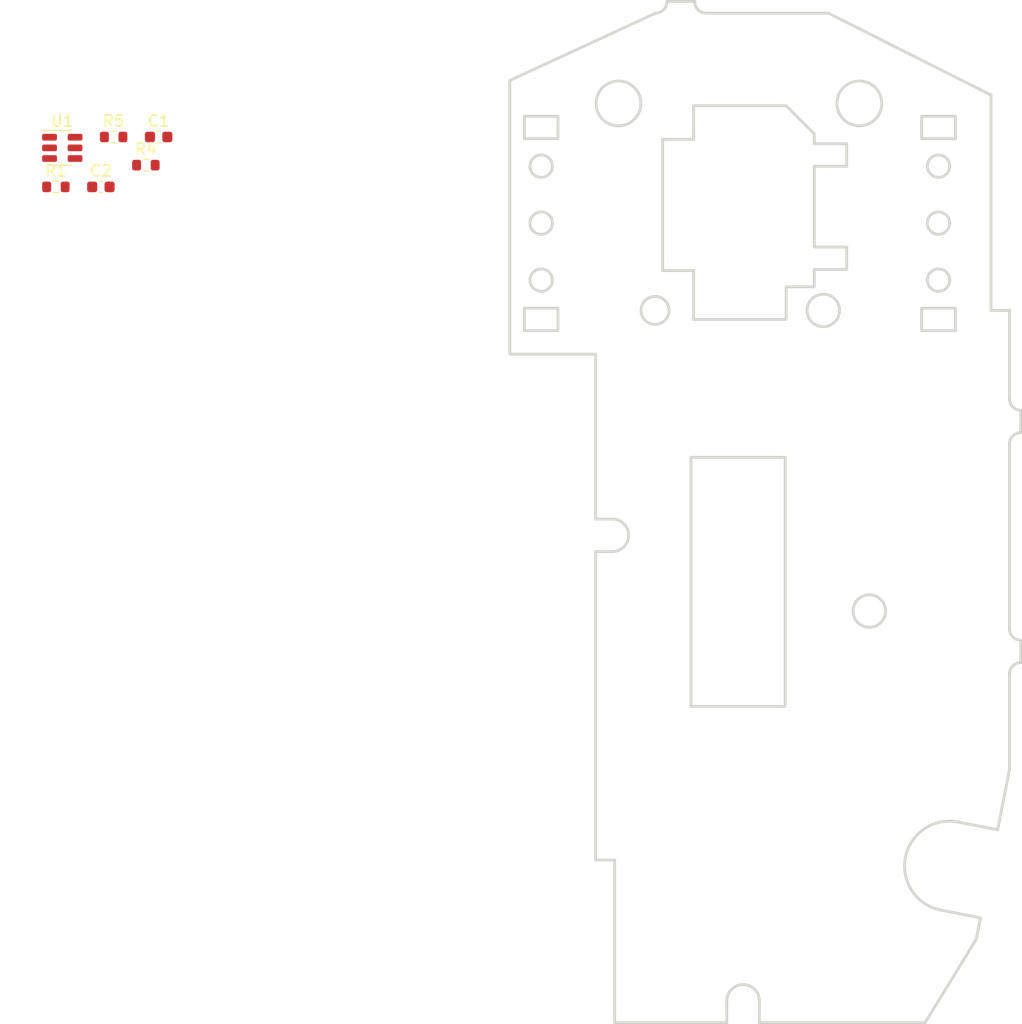
<source format=kicad_pcb>
(kicad_pcb (version 20211014) (generator pcbnew)
  (layers (0 "F.Cu" signal) (31 "B.Cu" signal) (34 "B.Paste" user) (35 "F.Paste" user) (36 "B.SilkS" user "B.Silkscreen") (37 "F.SilkS" user "F.Silkscreen") (38 "B.Mask" user) (39 "F.Mask" user) (44 "Edge.Cuts" user))
  (net 0 "")
  (net 1 "GND")
  (net 2 "/SHIELD")
  (net 3 "VBUS")
  (net 4 "/DP")
  (net 5 "D+")
  (net 6 "D-")
  (net 7 "/DN")
  (net 8 "USB_D+")
  (net 9 "USB_D-")
  (footprint "Capacitor_SMD:C_0603_1608Metric" (layer "F.Cu") (at 79.73 64.93)
    (fp_text reference "C2" (at 0 -1.43) (layer "F.SilkS"))
    (fp_text value "0.1uF")
    (fp_line (start -0.14058 0.51) (end 0.14058 0.51) (layer "F.SilkS") (width 0.12))
    (fp_line (start -0.14058 -0.51) (end 0.14058 -0.51) (layer "F.SilkS") (width 0.12))
    (pad "1" smd roundrect (at -0.775 0) (size 0.9 0.95) (layers "F.Cu" "F.Paste" "F.Mask") (net 1 "GND"))
    (pad "2" smd roundrect (at 0.775 0) (size 0.9 0.95) (layers "F.Cu" "F.Paste" "F.Mask") (net 3 "VBUS"))
  )
  (footprint "Package_TO_SOT_SMD:SOT-23-6" (layer "F.Cu") (at 76.29 61.45)
    (fp_text reference "U1" (at 0 -2.4) (layer "F.SilkS"))
    (fp_text value "USBLC6-2SC6")
    (fp_line (start 0 1.56) (end 0.8 1.56) (layer "F.SilkS") (width 0.12))
    (fp_line (start 0 -1.56) (end 0.8 -1.56) (layer "F.SilkS") (width 0.12))
    (fp_line (start 0 -1.56) (end -1.8 -1.56) (layer "F.SilkS") (width 0.12))
    (fp_line (start 0 1.56) (end -0.8 1.56) (layer "F.SilkS") (width 0.12))
    (pad "1" smd roundrect (at -1.1375 -0.95) (size 1.325 0.6) (layers "F.Cu" "F.Paste" "F.Mask") (net 8 "USB_D+"))
    (pad "2" smd roundrect (at -1.1375 0) (size 1.325 0.6) (layers "F.Cu" "F.Paste" "F.Mask") (net 1 "GND"))
    (pad "3" smd roundrect (at -1.1375 0.95) (size 1.325 0.6) (layers "F.Cu" "F.Paste" "F.Mask") (net 9 "USB_D-"))
    (pad "4" smd roundrect (at 1.1375 0.95) (size 1.325 0.6) (layers "F.Cu" "F.Paste" "F.Mask") (net 7 "/DN"))
    (pad "5" smd roundrect (at 1.1375 0) (size 1.325 0.6) (layers "F.Cu" "F.Paste" "F.Mask") (net 3 "VBUS"))
    (pad "6" smd roundrect (at 1.1375 -0.95) (size 1.325 0.6) (layers "F.Cu" "F.Paste" "F.Mask") (net 4 "/DP"))
  )
  (footprint "Resistor_SMD:R_0603_1608Metric" (layer "F.Cu") (at 80.87 60.48)
    (fp_text reference "R5" (at 0 -1.43) (layer "F.SilkS"))
    (fp_text value "22")
    (fp_line (start -0.237258 0.5225) (end 0.237258 0.5225) (layer "F.SilkS") (width 0.12))
    (fp_line (start -0.237258 -0.5225) (end 0.237258 -0.5225) (layer "F.SilkS") (width 0.12))
    (pad "1" smd roundrect (at -0.825 0) (size 0.8 0.95) (layers "F.Cu" "F.Paste" "F.Mask") (net 6 "D-"))
    (pad "2" smd roundrect (at 0.825 0) (size 0.8 0.95) (layers "F.Cu" "F.Paste" "F.Mask") (net 7 "/DN"))
  )
  (footprint "Resistor_SMD:R_0603_1608Metric" (layer "F.Cu") (at 83.74 62.99)
    (fp_text reference "R4" (at 0 -1.43) (layer "F.SilkS"))
    (fp_text value "22")
    (fp_line (start -0.237258 0.5225) (end 0.237258 0.5225) (layer "F.SilkS") (width 0.12))
    (fp_line (start -0.237258 -0.5225) (end 0.237258 -0.5225) (layer "F.SilkS") (width 0.12))
    (pad "1" smd roundrect (at -0.825 0) (size 0.8 0.95) (layers "F.Cu" "F.Paste" "F.Mask") (net 4 "/DP"))
    (pad "2" smd roundrect (at 0.825 0) (size 0.8 0.95) (layers "F.Cu" "F.Paste" "F.Mask") (net 5 "D+"))
  )
  (footprint "Resistor_SMD:R_0603_1608Metric" (layer "F.Cu") (at 75.72 64.93)
    (fp_text reference "R1" (at 0 -1.43) (layer "F.SilkS"))
    (fp_text value "1M")
    (fp_line (start -0.237258 -0.5225) (end 0.237258 -0.5225) (layer "F.SilkS") (width 0.12))
    (fp_line (start -0.237258 0.5225) (end 0.237258 0.5225) (layer "F.SilkS") (width 0.12))
    (pad "1" smd roundrect (at -0.825 0) (size 0.8 0.95) (layers "F.Cu" "F.Paste" "F.Mask") (net 1 "GND"))
    (pad "2" smd roundrect (at 0.825 0) (size 0.8 0.95) (layers "F.Cu" "F.Paste" "F.Mask") (net 2 "/SHIELD"))
  )
  (footprint "Capacitor_SMD:C_0603_1608Metric" (layer "F.Cu") (at 84.88 60.48)
    (fp_text reference "C1" (at 0 -1.43) (layer "F.SilkS"))
    (fp_text value "4.7nF")
    (fp_line (start -0.14058 -0.51) (end 0.14058 -0.51) (layer "F.SilkS") (width 0.12))
    (fp_line (start -0.14058 0.51) (end 0.14058 0.51) (layer "F.SilkS") (width 0.12))
    (pad "1" smd roundrect (at -0.775 0) (size 0.9 0.95) (layers "F.Cu" "F.Paste" "F.Mask") (net 1 "GND"))
    (pad "2" smd roundrect (at 0.775 0) (size 0.9 0.95) (layers "F.Cu" "F.Paste" "F.Mask") (net 2 "/SHIELD"))
  )
  (gr_circle (center 129.132 75.939999) (end 130.382 75.939999) (layer "Edge.Cuts") (width 0.25) (fill none))
  (gr_line (start 132.565 57.69) (end 140.82 57.69) (layer "Edge.Cuts") (width 0.25))
  (gr_arc (start 135.532 137.49) (mid 136.982 136.04) (end 138.432 137.49) (layer "Edge.Cuts") (width 0.25))
  (gr_line (start 155.903 77.74) (end 152.903 77.74) (layer "Edge.Cuts") (width 0.25))
  (gr_line (start 143.323158 70.29) (end 146.223158 70.29) (layer "Edge.Cuts") (width 0.25))
  (gr_line (start 116.182 79.84) (end 123.832 79.84) (layer "Edge.Cuts") (width 0.25))
  (gr_line (start 153.205329 139.44) (end 157.769395 131.997967) (layer "Edge.Cuts") (width 0.25))
  (gr_line (start 143.323158 60.193158) (end 143.323158 61.09) (layer "Edge.Cuts") (width 0.25))
  (gr_circle (center 144.132 75.939999) (end 145.582 75.939999) (layer "Edge.Cuts") (width 0.25) (fill none))
  (gr_line (start 123.832 124.94) (end 125.532 124.94) (layer "Edge.Cuts") (width 0.25))
  (gr_line (start 132.565 72.39) (end 129.815 72.39) (layer "Edge.Cuts") (width 0.25))
  (gr_arc (start 161.732 105.3367) (mid 161.02489 105.043812) (end 160.732 104.3367) (layer "Edge.Cuts") (width 0.25))
  (gr_line (start 117.482 58.63) (end 120.482 58.63) (layer "Edge.Cuts") (width 0.25))
  (gr_line (start 138.432 137.49) (end 138.432 139.44) (layer "Edge.Cuts") (width 0.25))
  (gr_line (start 152.903 75.74) (end 155.903 75.74) (layer "Edge.Cuts") (width 0.25))
  (gr_line (start 152.903 77.74) (end 152.903 75.74) (layer "Edge.Cuts") (width 0.25))
  (gr_line (start 161.732 86.838726) (end 161.732 84.838726) (layer "Edge.Cuts") (width 0.25))
  (gr_arc (start 130.180963 48.392337) (mid 129.905862 49.13005) (end 129.1821 49.44) (layer "Edge.Cuts") (width 0.25))
  (gr_line (start 140.732 111.24) (end 132.332 111.24) (layer "Edge.Cuts") (width 0.25))
  (gr_line (start 125.532 124.94) (end 125.532 139.44) (layer "Edge.Cuts") (width 0.25))
  (gr_line (start 155.903 60.63) (end 152.903 60.63) (layer "Edge.Cuts") (width 0.25))
  (gr_line (start 123.832 79.84) (end 123.832 94.54) (layer "Edge.Cuts") (width 0.25))
  (gr_line (start 146.223158 63.09) (end 143.323158 63.09) (layer "Edge.Cuts") (width 0.25))
  (gr_line (start 155.903 75.74) (end 155.903 77.74) (layer "Edge.Cuts") (width 0.25))
  (gr_line (start 146.223158 61.09) (end 146.223158 63.09) (layer "Edge.Cuts") (width 0.25))
  (gr_line (start 129.1821 49.44) (end 116.182 55.44) (layer "Edge.Cuts") (width 0.25))
  (gr_arc (start 160.732 108.3367) (mid 161.024904 107.629617) (end 161.732 107.3367) (layer "Edge.Cuts") (width 0.25))
  (gr_line (start 146.223158 70.29) (end 146.223158 72.29) (layer "Edge.Cuts") (width 0.25))
  (gr_arc (start 125.332 94.54) (mid 126.782 95.99) (end 125.332 97.44) (layer "Edge.Cuts") (width 0.25))
  (gr_line (start 132.332 111.24) (end 132.332 89.04) (layer "Edge.Cuts") (width 0.25))
  (gr_line (start 160.732 75.939999) (end 159.082 75.939999) (layer "Edge.Cuts") (width 0.25))
  (gr_line (start 159.678186 122.240089) (end 160.732 116.852918) (layer "Edge.Cuts") (width 0.25))
  (gr_circle (center 154.403 73.24) (end 155.403 73.24) (layer "Edge.Cuts") (width 0.25) (fill none))
  (gr_line (start 132.683236 48.392337) (end 130.180963 48.392337) (layer "Edge.Cuts") (width 0.25))
  (gr_line (start 140.82 57.69) (end 143.323158 60.193158) (layer "Edge.Cuts") (width 0.25))
  (gr_line (start 129.815 72.39) (end 129.815 60.69) (layer "Edge.Cuts") (width 0.25))
  (gr_line (start 160.732 116.852918) (end 160.732 108.3367) (layer "Edge.Cuts") (width 0.25))
  (gr_circle (center 148.232 102.74) (end 149.682 102.74) (layer "Edge.Cuts") (width 0.25) (fill none))
  (gr_line (start 143.323158 73.84) (end 140.82 73.84) (layer "Edge.Cuts") (width 0.25))
  (gr_line (start 123.832 94.54) (end 125.332 94.54) (layer "Edge.Cuts") (width 0.25))
  (gr_line (start 120.482 60.63) (end 117.482 60.63) (layer "Edge.Cuts") (width 0.25))
  (gr_line (start 117.482 77.74) (end 117.482 75.74) (layer "Edge.Cuts") (width 0.25))
  (gr_line (start 156.145148 121.548973) (end 159.678186 122.240089) (layer "Edge.Cuts") (width 0.25))
  (gr_arc (start 161.732 84.838726) (mid 161.024881 84.545839) (end 160.732 83.838726) (layer "Edge.Cuts") (width 0.25))
  (gr_line (start 159.082 56.74) (end 144.582 49.44) (layer "Edge.Cuts") (width 0.25))
  (gr_line (start 132.565 60.69) (end 132.565 57.69) (layer "Edge.Cuts") (width 0.25))
  (gr_line (start 116.182 55.44) (end 116.182 79.84) (layer "Edge.Cuts") (width 0.25))
  (gr_line (start 123.832 97.44) (end 123.832 124.94) (layer "Edge.Cuts") (width 0.25))
  (gr_line (start 160.732 104.3367) (end 160.732 87.838726) (layer "Edge.Cuts") (width 0.25))
  (gr_line (start 138.432 139.44) (end 153.205329 139.44) (layer "Edge.Cuts") (width 0.25))
  (gr_line (start 125.532 139.44) (end 135.532 139.44) (layer "Edge.Cuts") (width 0.25))
  (gr_line (start 140.82 76.74) (end 132.565 76.74) (layer "Edge.Cuts") (width 0.25))
  (gr_circle (center 147.346078 57.487159) (end 149.346078 57.487159) (layer "Edge.Cuts") (width 0.25) (fill none))
  (gr_line (start 157.769395 131.997967) (end 158.142371 130.091285) (layer "Edge.Cuts") (width 0.25))
  (gr_line (start 120.482 77.74) (end 117.482 77.74) (layer "Edge.Cuts") (width 0.25))
  (gr_circle (center 118.982 73.24) (end 119.982 73.24) (layer "Edge.Cuts") (width 0.25) (fill none))
  (gr_line (start 161.732 107.3367) (end 161.732 105.3367) (layer "Edge.Cuts") (width 0.25))
  (gr_line (start 120.482 75.74) (end 120.482 77.74) (layer "Edge.Cuts") (width 0.25))
  (gr_line (start 160.732 83.838726) (end 160.732 75.939999) (layer "Edge.Cuts") (width 0.25))
  (gr_line (start 152.903 60.63) (end 152.903 58.63) (layer "Edge.Cuts") (width 0.25))
  (gr_line (start 140.732 89.04) (end 140.732 111.24) (layer "Edge.Cuts") (width 0.25))
  (gr_arc (start 133.6821 49.44) (mid 132.958338 49.13005) (end 132.683236 48.392337) (layer "Edge.Cuts") (width 0.25))
  (gr_circle (center 118.982 68.16) (end 119.982 68.16) (layer "Edge.Cuts") (width 0.25) (fill none))
  (gr_line (start 159.082 75.939999) (end 159.082 56.74) (layer "Edge.Cuts") (width 0.25))
  (gr_line (start 152.903 58.63) (end 155.903 58.63) (layer "Edge.Cuts") (width 0.25))
  (gr_line (start 129.815 60.69) (end 132.565 60.69) (layer "Edge.Cuts") (width 0.25))
  (gr_line (start 132.332 89.04) (end 140.732 89.04) (layer "Edge.Cuts") (width 0.25))
  (gr_line (start 143.323158 72.29) (end 143.323158 73.84) (layer "Edge.Cuts") (width 0.25))
  (gr_line (start 144.582 49.44) (end 133.6821 49.44) (layer "Edge.Cuts") (width 0.25))
  (gr_line (start 146.223158 72.29) (end 143.323158 72.29) (layer "Edge.Cuts") (width 0.25))
  (gr_line (start 140.82 73.84) (end 140.82 76.74) (layer "Edge.Cuts") (width 0.25))
  (gr_line (start 117.482 75.74) (end 120.482 75.74) (layer "Edge.Cuts") (width 0.25))
  (gr_line (start 143.323158 61.09) (end 146.223158 61.09) (layer "Edge.Cuts") (width 0.25))
  (gr_line (start 120.482 58.63) (end 120.482 60.63) (layer "Edge.Cuts") (width 0.25))
  (gr_line (start 158.142371 130.091285) (end 154.609333 129.400168) (layer "Edge.Cuts") (width 0.25))
  (gr_circle (center 118.982 63.08) (end 119.982 63.08) (layer "Edge.Cuts") (width 0.25) (fill none))
  (gr_circle (center 154.403 68.16) (end 155.403 68.16) (layer "Edge.Cuts") (width 0.25) (fill none))
  (gr_circle (center 154.403 63.08) (end 155.403 63.08) (layer "Edge.Cuts") (width 0.25) (fill none))
  (gr_line (start 135.532 139.44) (end 135.532 137.49) (layer "Edge.Cuts") (width 0.25))
  (gr_line (start 155.903 58.63) (end 155.903 60.63) (layer "Edge.Cuts") (width 0.25))
  (gr_line (start 117.482 60.63) (end 117.482 58.63) (layer "Edge.Cuts") (width 0.25))
  (gr_line (start 132.565 76.74) (end 132.565 72.39) (layer "Edge.Cuts") (width 0.25))
  (gr_line (start 125.332 97.44) (end 123.832 97.44) (layer "Edge.Cuts") (width 0.25))
  (gr_circle (center 125.871547 57.487159) (end 127.871547 57.487159) (layer "Edge.Cuts") (width 0.25) (fill none))
  (gr_arc (start 154.609333 129.400168) (mid 151.451639 124.706658) (end 156.145148 121.548973) (layer "Edge.Cuts") (width 0.25))
  (gr_arc (start 160.732 87.838726) (mid 161.024894 87.131626) (end 161.732 86.838726) (layer "Edge.Cuts") (width 0.25))
  (gr_line (start 143.323158 63.09) (end 143.323158 70.29) (layer "Edge.Cuts") (width 0.25))
)
</source>
